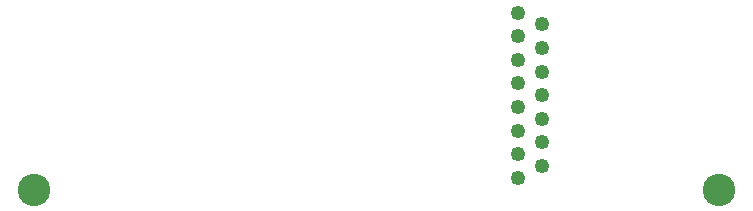
<source format=gbr>
%TF.GenerationSoftware,KiCad,Pcbnew,(6.0.5-0)*%
%TF.CreationDate,2025-05-14T10:57:03-04:00*%
%TF.ProjectId,SDTV2CSI,53445456-3243-4534-992e-6b696361645f,rev?*%
%TF.SameCoordinates,Original*%
%TF.FileFunction,Soldermask,Bot*%
%TF.FilePolarity,Negative*%
%FSLAX46Y46*%
G04 Gerber Fmt 4.6, Leading zero omitted, Abs format (unit mm)*
G04 Created by KiCad (PCBNEW (6.0.5-0)) date 2025-05-14 10:57:03*
%MOMM*%
%LPD*%
G01*
G04 APERTURE LIST*
%ADD10C,2.750000*%
%ADD11C,1.250000*%
G04 APERTURE END LIST*
D10*
%TO.C,P1*%
X77000000Y-69500000D03*
X19000000Y-69500000D03*
%TD*%
D11*
%TO.C,J1*%
X60000000Y-68500000D03*
X62000000Y-67500000D03*
X60000000Y-66500000D03*
X62000000Y-65500000D03*
X60000000Y-64500000D03*
X62000000Y-63500000D03*
X60000000Y-62500000D03*
X62000000Y-61500000D03*
X60000000Y-60500000D03*
X62000000Y-59500000D03*
X60000000Y-58499998D03*
X62000000Y-57500000D03*
X60000000Y-56500000D03*
X62000000Y-55500000D03*
X60000000Y-54500000D03*
%TD*%
M02*

</source>
